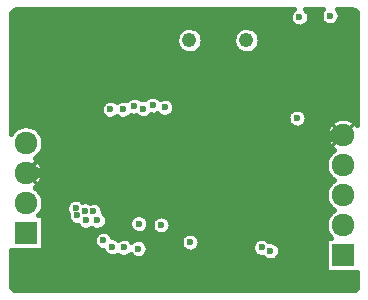
<source format=gbr>
G04 DipTrace 4.3.0.3*
G04 G2L.gbr*
%MOMM*%
G04 #@! TF.FileFunction,Copper,L2,Inr*
G04 #@! TF.Part,Single*
G04 #@! TA.AperFunction,ViaPad*
%ADD16C,0.45*%
%ADD18C,0.5*%
G04 #@! TA.AperFunction,Conductor*
%ADD19C,0.35*%
G04 #@! TA.AperFunction,CopperBalancing*
%ADD23C,0.33*%
%ADD24C,0.4*%
G04 #@! TA.AperFunction,ComponentPad*
%ADD25R,1.92X1.92*%
%ADD26C,1.92*%
%ADD31C,1.2192*%
G04 #@! TA.AperFunction,ViaPad*
%ADD32C,0.6*%
%FSLAX35Y35*%
G04*
G71*
G90*
G75*
G01*
G04 Inner1*
%LPD*%
G36*
X1338600Y2040500D2*
X1253557Y1990800D1*
X1243957D1*
Y2125200D1*
X1253557D1*
X1338600Y2075500D1*
Y2040500D1*
G37*
G36*
X1393433Y2041317D2*
X1414700Y2025000D1*
X1416820Y2022877D1*
X1387123Y1993180D1*
X1385000Y1995300D1*
X1368683Y2016567D1*
X1393433Y2041317D1*
G37*
X1185000Y2058000D2*
D19*
X1352000D1*
X1415000Y1995000D1*
G36*
X1463000Y1977500D2*
X1436423Y1974000D1*
X1433423D1*
Y2016000D1*
X1436423D1*
X1463000Y2012500D1*
Y1977500D1*
G37*
G36*
X1643433Y1946317D2*
X1664700Y1930000D1*
X1666820Y1927877D1*
X1637123Y1898180D1*
X1635000Y1900300D1*
X1618683Y1921567D1*
X1643433Y1946317D1*
G37*
X1415000Y1995000D2*
D19*
X1570000D1*
X1665000Y1900000D1*
G36*
X1713000Y1882500D2*
X1686423Y1879000D1*
X1683423D1*
Y1921000D1*
X1686423D1*
X1713000Y1917500D1*
Y1882500D1*
G37*
G36*
X1918433Y1896317D2*
X1939700Y1880000D1*
X1941820Y1877877D1*
X1912123Y1848180D1*
X1910000Y1850300D1*
X1893683Y1871567D1*
X1918433Y1896317D1*
G37*
X1665000Y1900000D2*
D19*
X1890000D1*
X1940000Y1850000D1*
G36*
X1993997Y1832963D2*
X1962303Y1829937D1*
X1959330Y1830333D1*
X1957530Y1872293D1*
X1960503Y1871900D1*
X1979867Y1864613D1*
X1993997Y1832963D1*
G37*
G36*
X2048683Y1933433D2*
X2065000Y1954700D1*
X2067123Y1956820D1*
X2096820Y1927123D1*
X2094700Y1925000D1*
X2073433Y1908683D1*
X2048683Y1933433D1*
G37*
X1940000Y1850000D2*
D19*
X1990000D1*
X2095000Y1955000D1*
G36*
X1961567Y1803683D2*
X1940300Y1820000D1*
X1938180Y1822123D1*
X1967877Y1851820D1*
X1970000Y1849700D1*
X1986317Y1828433D1*
X1961567Y1803683D1*
G37*
G36*
X1998433Y1816317D2*
X2019700Y1800000D1*
X2021820Y1797877D1*
X1992123Y1768180D1*
X1990000Y1770300D1*
X1973683Y1791567D1*
X1998433Y1816317D1*
G37*
X1940000Y1850000D2*
D19*
X2020000Y1770000D1*
G36*
X2402000Y1827500D2*
X2428577Y1831000D1*
X2431577D1*
Y1789000D1*
X2428577D1*
X2402000Y1792500D1*
Y1827500D1*
G37*
G36*
X2116567Y1908683D2*
X2095300Y1925000D1*
X2093180Y1927123D1*
X2122877Y1956820D1*
X2125000Y1954700D1*
X2141317Y1933433D1*
X2116567Y1908683D1*
G37*
X2450000Y1810000D2*
D19*
X2240000D1*
X2095000Y1955000D1*
G36*
X3083000Y1087500D2*
X3056423Y1084000D1*
X3053423D1*
Y1126000D1*
X3056423D1*
X3083000Y1122500D1*
Y1087500D1*
G37*
G36*
X3203683Y1138433D2*
X3220000Y1159700D1*
X3222123Y1161820D1*
X3251820Y1132123D1*
X3249700Y1130000D1*
X3228433Y1113683D1*
X3203683Y1138433D1*
G37*
X3035000Y1105000D2*
D19*
X3195000D1*
X3250000Y1160000D1*
G36*
X3052500Y1153000D2*
X3056000Y1126423D1*
Y1123423D1*
X3014000D1*
Y1126423D1*
X3017500Y1153000D1*
X3052500D1*
G37*
X3035000Y1105000D2*
D19*
Y1670000D1*
X2990000Y1715000D1*
G36*
X2471567Y1763683D2*
X2450300Y1780000D1*
X2448180Y1782123D1*
X2477877Y1811820D1*
X2480000Y1809700D1*
X2496317Y1788433D1*
X2471567Y1763683D1*
G37*
X2990000Y1715000D2*
D19*
X2545000D1*
X2450000Y1810000D1*
G36*
X3313683Y2238433D2*
X3330000Y2259700D1*
X3332123Y2261820D1*
X3361820Y2232123D1*
X3359700Y2230000D1*
X3338433Y2213683D1*
X3313683Y2238433D1*
G37*
X2990000Y1715000D2*
D19*
Y1890000D1*
X3360000Y2260000D1*
G36*
X3408000Y2242500D2*
X3381423Y2239000D1*
X3378423D1*
Y2281000D1*
X3381423D1*
X3408000Y2277500D1*
Y2242500D1*
G37*
G36*
X3583683Y2338433D2*
X3600000Y2359700D1*
X3602123Y2361820D1*
X3631820Y2332123D1*
X3629700Y2330000D1*
X3608433Y2313683D1*
X3583683Y2338433D1*
G37*
X3360000Y2260000D2*
D19*
X3530000D1*
X3630000Y2360000D1*
G36*
X3678000Y2342500D2*
X3651423Y2339000D1*
X3648423D1*
Y2381000D1*
X3651423D1*
X3678000Y2377500D1*
Y2342500D1*
G37*
G36*
X3717733Y2377500D2*
X3794787Y2435667D1*
X3804323Y2436760D1*
X3818370Y2303097D1*
X3808830Y2302003D1*
X3717733Y2342500D1*
Y2377500D1*
G37*
X3630000Y2360000D2*
D19*
X3853990D1*
X3869990Y2376000D1*
G36*
X1338600Y2040500D2*
X1253557Y1990800D1*
X1243957D1*
Y2125200D1*
X1253557D1*
X1338600Y2075500D1*
Y2040500D1*
G37*
G36*
X1393433Y2041317D2*
X1414700Y2025000D1*
X1416820Y2022877D1*
X1387123Y1993180D1*
X1385000Y1995300D1*
X1368683Y2016567D1*
X1393433Y2041317D1*
G37*
G36*
X1463000Y1977500D2*
X1436423Y1974000D1*
X1433423D1*
Y2016000D1*
X1436423D1*
X1463000Y2012500D1*
Y1977500D1*
G37*
G36*
X1643433Y1946317D2*
X1664700Y1930000D1*
X1666820Y1927877D1*
X1637123Y1898180D1*
X1635000Y1900300D1*
X1618683Y1921567D1*
X1643433Y1946317D1*
G37*
D16*
X2705000Y2840000D3*
X2905000Y2845000D3*
D32*
X2260000Y2630000D3*
X2100000Y2620000D3*
X1900000Y2595000D3*
X2360000Y2610000D3*
X2175000Y2600000D3*
X2010000Y2595000D3*
X1790000Y1655000D3*
X1755000Y1730000D3*
X1685000Y1735000D3*
X1605000Y1755000D3*
X1915000Y1430000D3*
X2015000Y1425000D3*
X1620000Y1695000D3*
X1695000Y1655000D3*
X2135000Y1415000D3*
X2140000Y1625000D3*
X3255000Y1395000D3*
X3180000Y1425000D3*
X3480000Y2520000D3*
X1840000Y1485000D3*
X2330000Y1615000D3*
X2575000Y1470000D3*
X3760000Y3385000D3*
X3500000Y3375000D3*
X1800000Y3080000D3*
X1900000Y2865000D3*
X2095000Y2855000D3*
X2255000Y2845000D3*
X3630000Y2360000D3*
X3360000Y2260000D3*
X3250000Y1160000D3*
X3035000Y1105000D3*
D18*
X2990000Y1715000D3*
D32*
X2095000Y1955000D3*
X1940000Y1850000D3*
X1665000Y1900000D3*
X1415000Y1995000D3*
X2020000Y1770000D3*
X2450000Y1810000D3*
X2875000Y2150000D3*
X2720000Y2160000D3*
X2715000Y2050000D3*
X2875000Y2045000D3*
X3285000Y1940000D3*
X3260000Y2845000D3*
X2910000Y3075000D3*
X2720000D3*
X2715000Y2955000D3*
X2905000D3*
X2235000Y1925000D3*
X1064566Y3400333D2*
D24*
X3419262D1*
X3580738D2*
X3676684D1*
X3843316D2*
X3985434D1*
X1064020Y3360667D2*
X3416488D1*
X3583512D2*
X3678949D1*
X3841051D2*
X3985980D1*
X1064020Y3321000D2*
X3435902D1*
X3564098D2*
X3706684D1*
X3813316D2*
X3985980D1*
X1064020Y3281333D2*
X2517582D1*
X2619840D2*
X3000160D1*
X3102418D2*
X3986020D1*
X1064020Y3241667D2*
X2471488D1*
X2665895D2*
X2954105D1*
X3148512D2*
X3986020D1*
X1064020Y3202000D2*
X2455121D1*
X2682262D2*
X2937738D1*
X3164879D2*
X3986020D1*
X1064020Y3162333D2*
X2454340D1*
X2683043D2*
X2936957D1*
X3165660D2*
X3986020D1*
X1064020Y3122667D2*
X2468754D1*
X2668629D2*
X2951371D1*
X3151246D2*
X3986020D1*
X1064020Y3083000D2*
X2509184D1*
X2628199D2*
X2991801D1*
X3110816D2*
X3986020D1*
X1064020Y3043333D2*
X3986020D1*
X1064020Y3003667D2*
X3986020D1*
X1064020Y2964000D2*
X3986020D1*
X1064020Y2924333D2*
X3986020D1*
X1064020Y2884667D2*
X3986020D1*
X1064020Y2845000D2*
X3986020D1*
X1064020Y2805333D2*
X3986020D1*
X1064020Y2765667D2*
X3986020D1*
X1064020Y2726000D2*
X3986020D1*
X1064020Y2686333D2*
X2049848D1*
X2150152D2*
X2198090D1*
X2390504D2*
X3986020D1*
X1064020Y2646667D2*
X1833871D1*
X2436012D2*
X3986020D1*
X1064020Y2607000D2*
X1816098D1*
X2444762D2*
X3986020D1*
X1064020Y2567333D2*
X1820082D1*
X2432613D2*
X3410512D1*
X3549488D2*
X3986020D1*
X1064020Y2527667D2*
X1851332D1*
X2058668D2*
X2135004D1*
X2214996D2*
X3395551D1*
X3564449D2*
X3986020D1*
X1064020Y2488000D2*
X3401801D1*
X3558199D2*
X3771098D1*
X1064020Y2448333D2*
X1126566D1*
X1243434D2*
X3438676D1*
X3521324D2*
X3738246D1*
X1299488Y2408667D2*
X3722855D1*
X1324293Y2369000D2*
X3719340D1*
X1334762Y2329333D2*
X3726801D1*
X1334098Y2289667D2*
X3747270D1*
X1322066Y2250000D2*
X3790668D1*
X1294879Y2210333D2*
X3748754D1*
X1283121Y2170667D2*
X3727504D1*
X1316363Y2131000D2*
X3719457D1*
X1331949Y2091333D2*
X3722426D1*
X1335660Y2051667D2*
X3737152D1*
X1328395Y2012000D2*
X3768793D1*
X1308199Y1972333D2*
X3762738D1*
X1265426Y1932667D2*
X3734223D1*
X1305738Y1893000D2*
X3721332D1*
X1327262Y1853333D2*
X3719926D1*
X1335465Y1813667D2*
X1545434D1*
X1707457D2*
X3729613D1*
X1332691Y1774000D2*
X1522465D1*
X1826754D2*
X3753246D1*
X1318199Y1734333D2*
X1522895D1*
X1839684D2*
X3781918D1*
X1335816Y1694667D2*
X1535199D1*
X1864410D2*
X2095082D1*
X2184918D2*
X2312504D1*
X2347496D2*
X3743363D1*
X1335816Y1655000D2*
X1545785D1*
X1874801D2*
X2060980D1*
X2219020D2*
X2255785D1*
X2404215D2*
X3725043D1*
X1335816Y1615333D2*
X1602504D1*
X1864410D2*
X2055785D1*
X2224215D2*
X2245199D1*
X2414801D2*
X3719223D1*
X1335816Y1575667D2*
X1675668D1*
X1714332D2*
X1770668D1*
X1809332D2*
X2071996D1*
X2208004D2*
X2255434D1*
X2404566D2*
X3724301D1*
X1335816Y1536000D2*
X1773324D1*
X1906676D2*
X2309027D1*
X2350973D2*
X2524379D1*
X2625621D2*
X3741645D1*
X1335816Y1496333D2*
X1755980D1*
X2056949D2*
X2494613D1*
X2655387D2*
X3138051D1*
X3221949D2*
X3719223D1*
X1335816Y1456667D2*
X1760316D1*
X2208238D2*
X2491293D1*
X2658707D2*
X3101645D1*
X3311207D2*
X3719223D1*
X1335816Y1417000D2*
X1792348D1*
X2219762D2*
X2510004D1*
X2639996D2*
X3095590D1*
X3336754D2*
X3719223D1*
X1064020Y1377333D2*
X1849730D1*
X2210465D2*
X3110746D1*
X3337848D2*
X3719223D1*
X1064020Y1337667D2*
X2107582D1*
X2162418D2*
X3194066D1*
X3315934D2*
X3719223D1*
X1064020Y1298000D2*
X3719223D1*
X1064020Y1258333D2*
X3719223D1*
X1064020Y1218667D2*
X3719223D1*
X1064020Y1179000D2*
X3986020D1*
X1064020Y1139333D2*
X3986020D1*
X1064566Y1099667D2*
X3985434D1*
X3743209Y1506800D2*
X3769713D1*
X3756163Y1521317D1*
X3744603Y1537681D1*
X3735379Y1555468D1*
X3728662Y1574345D1*
X3724579Y1593960D1*
X3723205Y1613949D1*
X3724565Y1633939D1*
X3728635Y1653557D1*
X3735338Y1672438D1*
X3744549Y1690231D1*
X3756098Y1706604D1*
X3769768Y1721252D1*
X3785306Y1733902D1*
X3796688Y1740829D1*
X3785385Y1748039D1*
X3769839Y1760678D1*
X3756158Y1775317D1*
X3744598Y1791681D1*
X3735374Y1809468D1*
X3728658Y1828345D1*
X3724574Y1847960D1*
X3723200Y1867949D1*
X3724560Y1887939D1*
X3728630Y1907557D1*
X3735333Y1926438D1*
X3744544Y1944231D1*
X3756093Y1960604D1*
X3769764Y1975252D1*
X3785301Y1987902D1*
X3796684Y1994829D1*
X3785381Y2002039D1*
X3769834Y2014678D1*
X3756153Y2029317D1*
X3744593Y2045681D1*
X3735369Y2063468D1*
X3728653Y2082345D1*
X3724570Y2101960D1*
X3723195Y2121949D1*
X3724556Y2141939D1*
X3728625Y2161557D1*
X3735328Y2180438D1*
X3744540Y2198231D1*
X3756088Y2214604D1*
X3769759Y2229252D1*
X3785297Y2241902D1*
X3796679Y2248829D1*
X3790895Y2252331D1*
X3785348Y2256059D1*
X3779977Y2260036D1*
X3774792Y2264253D1*
X3769804Y2268702D1*
X3765025Y2273373D1*
X3760462Y2278257D1*
X3756127Y2283343D1*
X3752028Y2288622D1*
X3748173Y2294081D1*
X3744571Y2299711D1*
X3741229Y2305498D1*
X3738153Y2311432D1*
X3735351Y2317499D1*
X3732828Y2323688D1*
X3730589Y2329985D1*
X3728639Y2336378D1*
X3726982Y2342852D1*
X3725622Y2349396D1*
X3724560Y2355994D1*
X3723800Y2362634D1*
X3723344Y2369302D1*
X3723191Y2375983D1*
X3723342Y2382665D1*
X3723797Y2389333D1*
X3724556Y2395973D1*
X3725615Y2402571D1*
X3726974Y2409115D1*
X3728630Y2415590D1*
X3730578Y2421983D1*
X3732816Y2428281D1*
X3735337Y2434470D1*
X3738138Y2440538D1*
X3741212Y2446472D1*
X3744553Y2452261D1*
X3748154Y2457891D1*
X3752007Y2463351D1*
X3756105Y2468631D1*
X3760439Y2473718D1*
X3765001Y2478603D1*
X3769779Y2483275D1*
X3774766Y2487725D1*
X3779950Y2491944D1*
X3785320Y2495922D1*
X3790866Y2499651D1*
X3796576Y2503124D1*
X3802438Y2506334D1*
X3808440Y2509274D1*
X3814570Y2511937D1*
X3820814Y2514319D1*
X3827161Y2516413D1*
X3833596Y2518217D1*
X3840107Y2519726D1*
X3846679Y2520938D1*
X3853300Y2521848D1*
X3859956Y2522457D1*
X3866632Y2522762D1*
X3873315Y2522763D1*
X3879992Y2522459D1*
X3886647Y2521852D1*
X3893268Y2520943D1*
X3899841Y2519733D1*
X3906352Y2518226D1*
X3912788Y2516423D1*
X3919135Y2514330D1*
X3925380Y2511950D1*
X3931510Y2509288D1*
X3937513Y2506350D1*
X3943376Y2503142D1*
X3949087Y2499670D1*
X3954633Y2495941D1*
X3960005Y2491965D1*
X3965189Y2487748D1*
X3970177Y2483299D1*
X3974957Y2478628D1*
X3979519Y2473744D1*
X3983854Y2468657D1*
X3987953Y2463379D1*
X3989998Y2460484D1*
X3990000Y3396077D1*
X3988138Y3410209D1*
X3984195Y3419734D1*
X3977922Y3427911D1*
X3969747Y3434186D1*
X3960226Y3438131D1*
X3946067Y3439997D1*
X3819204D1*
X3830657Y3424195D1*
X3838185Y3405392D1*
X3840800Y3385000D1*
X3838337Y3365204D1*
X3830953Y3346344D1*
X3819111Y3329913D1*
X3803554Y3316943D1*
X3785261Y3308250D1*
X3765380Y3304379D1*
X3745162Y3305574D1*
X3725875Y3311760D1*
X3708733Y3322547D1*
X3694812Y3337259D1*
X3684988Y3354970D1*
X3679876Y3374568D1*
X3679799Y3394822D1*
X3684761Y3414459D1*
X3694451Y3432244D1*
X3701666Y3439985D1*
X3547993Y3439997D1*
X3558690Y3430535D1*
X3570657Y3414195D1*
X3578185Y3395392D1*
X3580800Y3375000D1*
X3578337Y3355204D1*
X3570953Y3336344D1*
X3559111Y3319913D1*
X3543554Y3306943D1*
X3525261Y3298250D1*
X3505380Y3294379D1*
X3485162Y3295574D1*
X3465875Y3301760D1*
X3448733Y3312547D1*
X3434812Y3327259D1*
X3424988Y3344970D1*
X3419876Y3364568D1*
X3419799Y3384822D1*
X3424761Y3404459D1*
X3434451Y3422244D1*
X3448260Y3437061D1*
X3452841Y3439993D1*
X1103937Y3440000D1*
X1089790Y3438138D1*
X1080265Y3434194D1*
X1072088Y3427921D1*
X1065813Y3419746D1*
X1061868Y3410224D1*
X1060003Y3396063D1*
X1060002Y2388980D1*
X1071093Y2404604D1*
X1084764Y2419252D1*
X1100301Y2431901D1*
X1117417Y2442318D1*
X1135791Y2450307D1*
X1155082Y2455719D1*
X1174931Y2458454D1*
X1194967Y2458461D1*
X1214817Y2455740D1*
X1234112Y2450341D1*
X1252492Y2442365D1*
X1269615Y2431961D1*
X1285161Y2419322D1*
X1298842Y2404684D1*
X1310402Y2388319D1*
X1319626Y2370533D1*
X1326342Y2351656D1*
X1330426Y2332040D1*
X1331800Y2312000D1*
X1330440Y2292062D1*
X1326370Y2272443D1*
X1319667Y2253562D1*
X1310456Y2235769D1*
X1298907Y2219396D1*
X1285236Y2204748D1*
X1269699Y2192099D1*
X1258316Y2185171D1*
X1264096Y2181669D1*
X1269643Y2177941D1*
X1275014Y2173964D1*
X1280199Y2169747D1*
X1285186Y2165298D1*
X1289966Y2160627D1*
X1294528Y2155743D1*
X1298864Y2150657D1*
X1302963Y2145379D1*
X1306818Y2139919D1*
X1310420Y2134290D1*
X1313762Y2128502D1*
X1316838Y2122568D1*
X1319640Y2116501D1*
X1322163Y2110312D1*
X1324402Y2104015D1*
X1326352Y2097623D1*
X1328009Y2091148D1*
X1329369Y2084605D1*
X1330430Y2078006D1*
X1331190Y2071366D1*
X1331647Y2064699D1*
X1331800Y2058000D1*
X1331649Y2051336D1*
X1331193Y2044668D1*
X1330435Y2038028D1*
X1329375Y2031429D1*
X1328016Y2024885D1*
X1326361Y2018410D1*
X1324412Y2012017D1*
X1322175Y2005720D1*
X1319653Y1999530D1*
X1316853Y1993462D1*
X1313779Y1987528D1*
X1310438Y1981740D1*
X1306837Y1976110D1*
X1302983Y1970649D1*
X1298885Y1965370D1*
X1294551Y1960282D1*
X1289990Y1955397D1*
X1285211Y1950725D1*
X1280225Y1946275D1*
X1275041Y1942057D1*
X1269671Y1938079D1*
X1264125Y1934349D1*
X1258621Y1931002D1*
X1269615Y1923961D1*
X1285161Y1911322D1*
X1298842Y1896684D1*
X1310402Y1880319D1*
X1319626Y1862533D1*
X1326342Y1843656D1*
X1330426Y1824040D1*
X1331800Y1804000D1*
X1330440Y1784062D1*
X1326370Y1764443D1*
X1319667Y1745562D1*
X1310456Y1727769D1*
X1298907Y1711396D1*
X1285277Y1696791D1*
X1331800Y1696800D1*
Y1403200D1*
X1059984D1*
X1060000Y1237594D1*
Y1103924D1*
X1061865Y1089774D1*
X1065806Y1080264D1*
X1072081Y1072086D1*
X1080258Y1065809D1*
X1089779Y1061863D1*
X1103933Y1060000D1*
X3946063D1*
X3960226Y1061865D1*
X3969735Y1065806D1*
X3977914Y1072080D1*
X3984190Y1080256D1*
X3988137Y1089778D1*
X3990004Y1103937D1*
X3990003Y1213204D1*
X3723209Y1213200D1*
Y1506800D1*
X3743209D1*
X2297355Y2558998D2*
X2285261Y2553250D1*
X2265380Y2549379D1*
X2245162Y2550574D1*
X2240133Y2552187D1*
X2234111Y2544913D1*
X2218554Y2531943D1*
X2200261Y2523250D1*
X2180380Y2519379D1*
X2160162Y2520574D1*
X2140875Y2526760D1*
X2123733Y2537547D1*
X2119832Y2541670D1*
X2105380Y2539379D1*
X2085162Y2540574D1*
X2073051Y2544458D1*
X2069111Y2539913D1*
X2053554Y2526943D1*
X2035261Y2518250D1*
X2015380Y2514379D1*
X1995162Y2515574D1*
X1975875Y2521760D1*
X1958733Y2532547D1*
X1955348Y2536124D1*
X1943554Y2526943D1*
X1925261Y2518250D1*
X1905380Y2514379D1*
X1885162Y2515574D1*
X1865875Y2521760D1*
X1848733Y2532547D1*
X1834812Y2547259D1*
X1824988Y2564970D1*
X1819876Y2584568D1*
X1819799Y2604822D1*
X1824761Y2624459D1*
X1834451Y2642244D1*
X1848260Y2657061D1*
X1865319Y2667979D1*
X1884558Y2674311D1*
X1904767Y2675659D1*
X1924676Y2671940D1*
X1943035Y2663386D1*
X1954639Y2653861D1*
X1958260Y2657061D1*
X1975319Y2667979D1*
X1994558Y2674311D1*
X2014767Y2675659D1*
X2034676Y2671940D1*
X2037168Y2670779D1*
X2048260Y2682061D1*
X2065319Y2692979D1*
X2084558Y2699311D1*
X2104767Y2700659D1*
X2124676Y2696940D1*
X2143035Y2688386D1*
X2155250Y2678359D1*
X2159558Y2679311D1*
X2179767Y2680659D1*
X2194874Y2677837D1*
X2204578Y2688796D1*
X2220941Y2700732D1*
X2239758Y2708224D1*
X2259848Y2710800D1*
X2279947Y2708299D1*
X2298792Y2700879D1*
X2315200Y2689005D1*
X2321708Y2681168D1*
X2325319Y2682979D1*
X2344558Y2689311D1*
X2364767Y2690659D1*
X2384676Y2686940D1*
X2403035Y2678386D1*
X2418690Y2665535D1*
X2430657Y2649195D1*
X2438185Y2630392D1*
X2440800Y2610000D1*
X2438337Y2590204D1*
X2430953Y2571344D1*
X2419111Y2554913D1*
X2403554Y2541943D1*
X2385261Y2533250D1*
X2365380Y2529379D1*
X2345162Y2530574D1*
X2325875Y2536760D1*
X2308733Y2547547D1*
X2298116Y2558768D1*
X1868337Y1635204D2*
X1860953Y1616344D1*
X1849111Y1599913D1*
X1833554Y1586943D1*
X1815261Y1578250D1*
X1795380Y1574379D1*
X1775162Y1575574D1*
X1755875Y1581760D1*
X1742902Y1589924D1*
X1738554Y1586943D1*
X1720261Y1578250D1*
X1700380Y1574379D1*
X1680162Y1575574D1*
X1660875Y1581760D1*
X1643733Y1592547D1*
X1629812Y1607259D1*
X1625850Y1614402D1*
X1605162Y1615574D1*
X1585875Y1621760D1*
X1568733Y1632547D1*
X1554812Y1647259D1*
X1544988Y1664970D1*
X1539876Y1684568D1*
X1539799Y1704822D1*
X1540260Y1706644D1*
X1539812Y1707259D1*
X1529988Y1724970D1*
X1524876Y1744568D1*
X1524799Y1764822D1*
X1529761Y1784459D1*
X1539451Y1802244D1*
X1553260Y1817061D1*
X1570319Y1827979D1*
X1589558Y1834311D1*
X1609767Y1835659D1*
X1629676Y1831940D1*
X1648035Y1823386D1*
X1661534Y1812304D1*
X1669558Y1814311D1*
X1689767Y1815659D1*
X1709676Y1811940D1*
X1724754Y1804915D1*
X1739558Y1809311D1*
X1759767Y1810659D1*
X1779676Y1806940D1*
X1798035Y1798386D1*
X1813690Y1785535D1*
X1825657Y1769195D1*
X1833185Y1750392D1*
X1835800Y1730000D1*
X1834831Y1722209D1*
X1848690Y1710535D1*
X1860657Y1694195D1*
X1868185Y1675392D1*
X1870800Y1655000D1*
X1868337Y1635204D1*
X1961516Y1364413D2*
X1958554Y1361943D1*
X1940261Y1353250D1*
X1920380Y1349379D1*
X1900162Y1350574D1*
X1880875Y1356760D1*
X1863733Y1367547D1*
X1849812Y1382259D1*
X1839988Y1399970D1*
X1838885Y1404200D1*
X1825162Y1405574D1*
X1805875Y1411760D1*
X1788733Y1422547D1*
X1774812Y1437259D1*
X1764988Y1454970D1*
X1759876Y1474568D1*
X1759799Y1494822D1*
X1764761Y1514459D1*
X1774451Y1532244D1*
X1788260Y1547061D1*
X1805319Y1557979D1*
X1824558Y1564311D1*
X1844767Y1565659D1*
X1864676Y1561940D1*
X1883035Y1553386D1*
X1898690Y1540535D1*
X1910657Y1524195D1*
X1916016Y1510808D1*
X1919767Y1510659D1*
X1939676Y1506940D1*
X1958035Y1498386D1*
X1967651Y1490492D1*
X1980319Y1497979D1*
X1999558Y1504311D1*
X2019767Y1505659D1*
X2039676Y1501940D1*
X2058035Y1493386D1*
X2073690Y1480535D1*
X2079007Y1473274D1*
X2083260Y1477061D1*
X2100319Y1487979D1*
X2119558Y1494311D1*
X2139767Y1495659D1*
X2159676Y1491940D1*
X2178035Y1483386D1*
X2193690Y1470535D1*
X2205657Y1454195D1*
X2213185Y1435392D1*
X2215800Y1415000D1*
X2213337Y1395204D1*
X2205953Y1376344D1*
X2194111Y1359913D1*
X2178554Y1346943D1*
X2160261Y1338250D1*
X2140380Y1334379D1*
X2120162Y1335574D1*
X2100875Y1341760D1*
X2083733Y1352547D1*
X2070615Y1366411D1*
X2058554Y1356943D1*
X2040261Y1348250D1*
X2020380Y1344379D1*
X2000162Y1345574D1*
X1980875Y1351760D1*
X1963733Y1362547D1*
X1962061Y1364314D1*
X2218337Y1605204D2*
X2210953Y1586344D1*
X2199111Y1569913D1*
X2183554Y1556943D1*
X2165261Y1548250D1*
X2145380Y1544379D1*
X2125162Y1545574D1*
X2105875Y1551760D1*
X2088733Y1562547D1*
X2074812Y1577259D1*
X2064988Y1594970D1*
X2059876Y1614568D1*
X2059799Y1634822D1*
X2064761Y1654459D1*
X2074451Y1672244D1*
X2088260Y1687061D1*
X2105319Y1697979D1*
X2124558Y1704311D1*
X2144767Y1705659D1*
X2164676Y1701940D1*
X2183035Y1693386D1*
X2198690Y1680535D1*
X2210657Y1664195D1*
X2218185Y1645392D1*
X2220800Y1625000D1*
X2218337Y1605204D1*
X3333337Y1375204D2*
X3325953Y1356344D1*
X3314111Y1339913D1*
X3298554Y1326943D1*
X3280261Y1318250D1*
X3260380Y1314379D1*
X3240162Y1315574D1*
X3220875Y1321760D1*
X3203733Y1332547D1*
X3191865Y1345089D1*
X3185380Y1344379D1*
X3165162Y1345574D1*
X3145875Y1351760D1*
X3128733Y1362547D1*
X3114812Y1377259D1*
X3104988Y1394970D1*
X3099876Y1414568D1*
X3099799Y1434822D1*
X3104761Y1454459D1*
X3114451Y1472244D1*
X3128260Y1487061D1*
X3145319Y1497979D1*
X3164558Y1504311D1*
X3184767Y1505659D1*
X3204676Y1501940D1*
X3223035Y1493386D1*
X3238690Y1480535D1*
X3242839Y1474870D1*
X3259767Y1475659D1*
X3279676Y1471940D1*
X3298035Y1463386D1*
X3313690Y1450535D1*
X3325657Y1434195D1*
X3333185Y1415392D1*
X3335800Y1395000D1*
X3333337Y1375204D1*
X3558337Y2500204D2*
X3550953Y2481344D1*
X3539111Y2464913D1*
X3523554Y2451943D1*
X3505261Y2443250D1*
X3485380Y2439379D1*
X3465162Y2440574D1*
X3445875Y2446760D1*
X3428733Y2457547D1*
X3414812Y2472259D1*
X3404988Y2489970D1*
X3399876Y2509568D1*
X3399799Y2529822D1*
X3404761Y2549459D1*
X3414451Y2567244D1*
X3428260Y2582061D1*
X3445319Y2592979D1*
X3464558Y2599311D1*
X3484767Y2600659D1*
X3504676Y2596940D1*
X3523035Y2588386D1*
X3538690Y2575535D1*
X3550657Y2559195D1*
X3558185Y2540392D1*
X3560800Y2520000D1*
X3558337Y2500204D1*
X2408337Y1595204D2*
X2400953Y1576344D1*
X2389111Y1559913D1*
X2373554Y1546943D1*
X2355261Y1538250D1*
X2335380Y1534379D1*
X2315162Y1535574D1*
X2295875Y1541760D1*
X2278733Y1552547D1*
X2264812Y1567259D1*
X2254988Y1584970D1*
X2249876Y1604568D1*
X2249799Y1624822D1*
X2254761Y1644459D1*
X2264451Y1662244D1*
X2278260Y1677061D1*
X2295319Y1687979D1*
X2314558Y1694311D1*
X2334767Y1695659D1*
X2354676Y1691940D1*
X2373035Y1683386D1*
X2388690Y1670535D1*
X2400657Y1654195D1*
X2408185Y1635392D1*
X2410800Y1615000D1*
X2408337Y1595204D1*
X2653337Y1450204D2*
X2645953Y1431344D1*
X2634111Y1414913D1*
X2618554Y1401943D1*
X2600261Y1393250D1*
X2580380Y1389379D1*
X2560162Y1390574D1*
X2540875Y1396760D1*
X2523733Y1407547D1*
X2509812Y1422259D1*
X2499988Y1439970D1*
X2494876Y1459568D1*
X2494799Y1479822D1*
X2499761Y1499459D1*
X2509451Y1517244D1*
X2523260Y1532061D1*
X2540319Y1542979D1*
X2559558Y1549311D1*
X2579767Y1550659D1*
X2599676Y1546940D1*
X2618035Y1538386D1*
X2633690Y1525535D1*
X2645657Y1509195D1*
X2653185Y1490392D1*
X2655800Y1470000D1*
X2653337Y1450204D1*
X2678675Y3160107D2*
X2673356Y3140789D1*
X2664673Y3122733D1*
X2652905Y3106516D1*
X2638431Y3092662D1*
X2621715Y3081615D1*
X2603296Y3073729D1*
X2583764Y3069260D1*
X2563749Y3068350D1*
X2543893Y3071028D1*
X2524834Y3077209D1*
X2507184Y3086693D1*
X2491512Y3099177D1*
X2478321Y3114258D1*
X2468035Y3131452D1*
X2460984Y3150207D1*
X2457396Y3169919D1*
X2457384Y3189955D1*
X2460951Y3209671D1*
X2467980Y3228434D1*
X2478247Y3245640D1*
X2491421Y3260736D1*
X2507079Y3273237D1*
X2524717Y3282742D1*
X2543770Y3288944D1*
X2563623Y3291645D1*
X2583639Y3290757D1*
X2603176Y3286310D1*
X2621604Y3278445D1*
X2638332Y3267417D1*
X2652822Y3253579D1*
X2664608Y3237376D1*
X2673311Y3219329D1*
X2678653Y3200018D1*
X2680460Y3180000D1*
X2678675Y3160107D1*
X3161275D2*
X3155956Y3140789D1*
X3147273Y3122733D1*
X3135505Y3106516D1*
X3121031Y3092662D1*
X3104315Y3081615D1*
X3085896Y3073729D1*
X3066364Y3069260D1*
X3046349Y3068350D1*
X3026493Y3071028D1*
X3007434Y3077209D1*
X2989784Y3086693D1*
X2974112Y3099177D1*
X2960921Y3114258D1*
X2950635Y3131452D1*
X2943584Y3150207D1*
X2939996Y3169919D1*
X2939984Y3189955D1*
X2943551Y3209671D1*
X2950580Y3228434D1*
X2960847Y3245640D1*
X2974021Y3260736D1*
X2989679Y3273237D1*
X3007317Y3282742D1*
X3026370Y3288944D1*
X3046223Y3291645D1*
X3066239Y3290757D1*
X3085776Y3286310D1*
X3104204Y3278445D1*
X3120932Y3267417D1*
X3135422Y3253579D1*
X3147208Y3237376D1*
X3155911Y3219329D1*
X3161253Y3200018D1*
X3163060Y3180000D1*
X3161275Y3160107D1*
X3973737Y2479750D2*
D23*
X3766245Y2272250D1*
X3869991Y2376000D2*
X3766241Y2479747D1*
X1288748Y2161748D2*
X1185000Y2058000D1*
X1288748Y1954252D2*
X1185000Y2058000D1*
D25*
X3870009Y1360000D3*
D26*
X3870005Y1614000D3*
X3870000Y1868000D3*
X3869995Y2122000D3*
X3869991Y2376000D3*
D25*
X1185000Y1550000D3*
D26*
Y1804000D3*
Y2058000D3*
Y2312000D3*
D31*
X2568700Y3180000D3*
X3051300D3*
M02*

</source>
